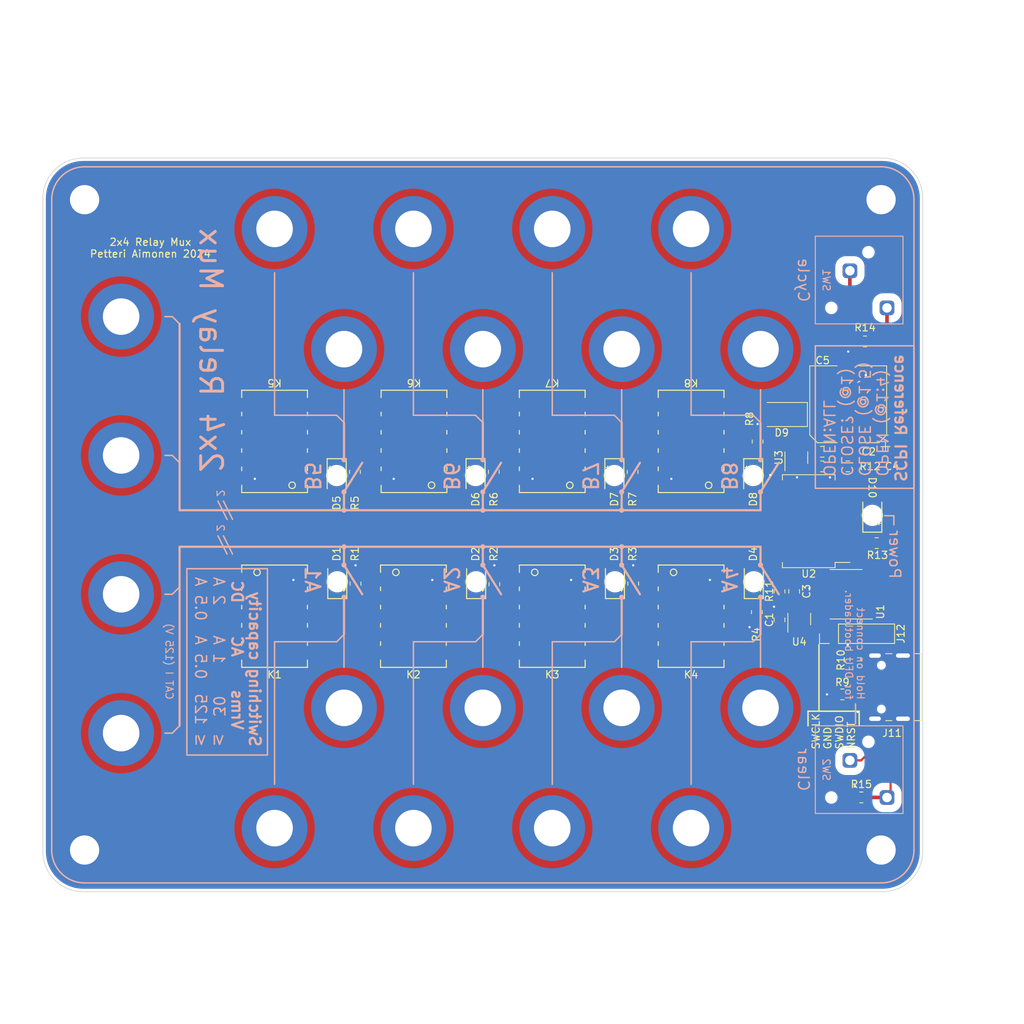
<source format=kicad_pcb>
(kicad_pcb (version 20221018) (generator pcbnew)
  (layers (0 "F.Cu" signal) (31 "B.Cu" signal) (34 "B.Paste" user) (35 "F.Paste" user) (36 "B.SilkS" user "B.Silkscreen") (37 "F.SilkS" user "F.Silkscreen") (38 "B.Mask" user) (39 "F.Mask" user) (44 "Edge.Cuts" user))
  (net 0 "")
  (net 1 "+5V")
  (net 2 "GND")
  (net 3 "+3V3")
  (net 4 "/VBUS")
  (net 5 "Net-(D1-K)")
  (net 6 "/A1")
  (net 7 "/A2")
  (net 8 "Net-(D3-K)")
  (net 9 "/A3")
  (net 10 "Net-(D4-K)")
  (net 11 "/A4")
  (net 12 "Net-(D5-K)")
  (net 13 "/B1")
  (net 14 "Net-(D6-K)")
  (net 15 "/B2")
  (net 16 "Net-(D7-K)")
  (net 17 "/B3")
  (net 18 "Net-(D8-K)")
  (net 19 "/B4")
  (net 20 "/USB_DP")
  (net 21 "/USB_DM")
  (net 38 "/CYCLE_BTN")
  (net 39 "/BOOT0")
  (net 40 "/STATUS_LED")
  (net 41 "/NRST")
  (net 42 "/SWDIO")
  (net 43 "/SWCLK")
  (net 44 "Net-(J11-CC1)")
  (net 46 "Net-(J11-CC2)")
  (net 49 "/A1_1")
  (net 50 "/A1_2")
  (net 51 "/A2_1")
  (net 52 "/A2_2")
  (net 53 "/A_1")
  (net 54 "/A_2")
  (net 55 "Net-(D2-K)")
  (net 56 "/B4_1")
  (net 57 "/B4_2")
  (net 58 "/B1_1")
  (net 59 "/B1_2")
  (net 60 "/B2_1")
  (net 61 "/B2_2")
  (net 62 "/B3_1")
  (net 63 "/B3_2")
  (net 64 "/B_1")
  (net 65 "/B_2")
  (net 66 "/PWR_EN")
  (net 67 "/A3_1")
  (net 68 "/A3_2")
  (net 69 "/A4_1")
  (net 70 "/A4_2")
  (net 71 "Net-(U3-ILIM)")
  (net 72 "Net-(D10-K)")
  (net 74 "/PA0")
  (net 75 "/PA1")
  (net 76 "/PA2")
  (net 77 "/PA3")
  (net 78 "/PA4")
  (net 79 "/PA5")
  (net 80 "/PA6")
  (net 81 "/PA7")
  (footprint "Resistor_SMD:R_0805_2012Metric" (layer "F.Cu") (at 213.6 88.6 90)
    (fp_text reference "R8")
    (fp_text value "470")
  )
  (footprint "Resistor_SMD:R_0805_2012Metric" (layer "F.Cu") (at 177.58 108.1275 90)
    (fp_text reference "R2")
    (fp_text value "470")
  )
  (footprint "relaymux:Binding_Post_Pair_60deg" (layer "F.Cu") (at 152.25 67.727241 120)
    (fp_text reference "J7" hide)
    (fp_text value "B1")
  )
  (footprint "relaymux:Binding_Post_Pair" (layer "F.Cu") (at 126.5 81 90)
    (fp_text reference "J6" hide)
    (fp_text value "B")
  )
  (footprint "Resistor_SMD:R_0805_2012Metric" (layer "F.Cu") (at 228.3 74.9 180)
    (fp_text reference "R14")
    (fp_text value "47k")
  )
  (footprint "Resistor_SMD:R_0805_2012Metric" (layer "F.Cu") (at 158.5 92.75 -90)
    (fp_text reference "R5")
    (fp_text value "470")
  )
  (footprint "MountingHole:MountingHole_4mm_Pad" (layer "F.Cu") (at 121.5 144.5)
    (fp_text reference "H3" hide)
    (fp_text value "M3.5")
  )
  (footprint "Resistor_SMD:R_0805_2012Metric" (layer "F.Cu") (at 196.58 108.04 90)
    (fp_text reference "R3")
    (fp_text value "470")
  )
  (footprint "Package_TO_SOT_SMD:SOT-23-6" (layer "F.Cu") (at 218.9 90.8 90)
    (fp_text reference "U3")
    (fp_text value "TPS2552D")
  )
  (footprint "relaymux:Relay_TQ2SA" (layer "F.Cu") (at 166.5 112.5 -90)
    (fp_text reference "K2")
    (fp_text value "TQ2SA-5V")
  )
  (footprint "Resistor_SMD:R_0805_2012Metric" (layer "F.Cu") (at 177.5 92.75 -90)
    (fp_text reference "R6")
    (fp_text value "470")
  )
  (footprint "Capacitor_SMD:C_0805_2012Metric" (layer "F.Cu") (at 216.6 113 90)
    (fp_text reference "C1")
    (fp_text value "10µF")
  )
  (footprint "relaymux:Relay_TQ2SA" (layer "F.Cu") (at 166.58 88.58 90)
    (fp_text reference "K6")
    (fp_text value "TQ2SA-5V")
  )
  (footprint "relaymux:Binding_Post_Pair_120deg" (layer "F.Cu") (at 171.25 133.272759 60)
    (fp_text reference "J3" hide)
    (fp_text value "A2")
  )
  (footprint "relaymux:LED_LTST-C230" (layer "F.Cu") (at 194 93.25 90)
    (fp_text reference "D7")
    (fp_text value "LED")
  )
  (footprint "relaymux:Binding_Post_Pair" (layer "F.Cu") (at 126.5 119 90)
    (fp_text reference "J1" hide)
    (fp_text value "A")
  )
  (footprint "Capacitor_SMD:C_0805_2012Metric" (layer "F.Cu") (at 222.45 90 180)
    (fp_text reference "C2")
    (fp_text value "10µF")
  )
  (footprint "Resistor_SMD:R_0805_2012Metric" (layer "F.Cu") (at 226.99 118.4025 -90)
    (fp_text reference "R10")
    (fp_text value "5k1")
  )
  (footprint "Package_TO_SOT_SMD:SOT-23-5" (layer "F.Cu") (at 219.3 112.9 90)
    (fp_text reference "U4")
    (fp_text value "TLV70033_SOT23-5")
  )
  (footprint "relaymux:Relay_TQ2SA" (layer "F.Cu") (at 185.5 88.58 90)
    (fp_text reference "K7")
    (fp_text value "TQ2SA-5V")
  )
  (footprint "Package_SO:SOP-18_7x12.5mm_P1.27mm" (layer "F.Cu") (at 220.6 99.5 180)
    (fp_text reference "U2")
    (fp_text value "TBD62783A")
  )
  (footprint "Resistor_SMD:R_0805_2012Metric" (layer "F.Cu") (at 229.9 102.5 180)
    (fp_text reference "R13")
    (fp_text value "470")
  )
  (footprint "Diode_SMD:D_SMA" (layer "F.Cu") (at 216.9 84.9 180)
    (fp_text reference "D9")
    (fp_text value "SMAJ5.0A")
  )
  (footprint "relaymux:Binding_Post_Pair_60deg" (layer "F.Cu") (at 190.25 67.727241 120)
    (fp_text reference "J9" hide)
    (fp_text value "B3")
  )
  (footprint "relaymux:Relay_TQ2SA" (layer "F.Cu") (at 204.5 112.5 -90)
    (fp_text reference "K4")
    (fp_text value "TQ2SA-5V")
  )
  (footprint "relaymux:LED_LTST-C230" (layer "F.Cu") (at 175.08 107.79 -90)
    (fp_text reference "D2")
    (fp_text value "LED")
  )
  (footprint "relaymux:Binding_Post_Pair_60deg" (layer "F.Cu") (at 209.25 67.727241 120)
    (fp_text reference "J10" hide)
    (fp_text value "B4")
  )
  (footprint "relaymux:Relay_TQ2SA" (layer "F.Cu") (at 204.5 88.58 90)
    (fp_text reference "K8")
    (fp_text value "TQ2SA-5V")
  )
  (footprint "relaymux:Binding_Post_Pair_120deg" (layer "F.Cu") (at 152.25 133.272759 60)
    (fp_text reference "J2" hide)
    (fp_text value "A1")
  )
  (footprint "Resistor_SMD:R_0805_2012Metric" (layer "F.Cu") (at 213.5 111.94 -90)
    (fp_text reference "R4")
    (fp_text value "470")
  )
  (footprint "relaymux:Binding_Post_Pair_120deg" (layer "F.Cu") (at 190.25 133.272759 60)
    (fp_text reference "J4" hide)
    (fp_text value "A3")
  )
  (footprint "Resistor_SMD:R_0805_2012Metric" (layer "F.Cu") (at 225.2 123.2)
    (fp_text reference "R9")
    (fp_text value "5k1")
  )
  (footprint "MountingHole:MountingHole_4mm_Pad" (layer "F.Cu") (at 230.5 55.5)
    (fp_text reference "H1" hide)
    (fp_text value "M3.5")
  )
  (footprint "Resistor_SMD:R_0805_2012Metric" (layer "F.Cu") (at 196.5 92.75 -90)
    (fp_text reference "R7")
    (fp_text value "470")
  )
  (footprint "Connector_USB:USB_C_Receptacle_JAE_DX07S016JA1R1500" (layer "F.Cu") (at 232.34 122.21 90)
    (fp_text reference "J11")
    (fp_text value "USB_C")
  )
  (footprint "Resistor_SMD:R_0805_2012Metric" (layer "F.Cu") (at 227.8 137.3 180)
    (fp_text reference "R15")
    (fp_text value "47k")
  )
  (footprint "Capacitor_SMD:C_0805_2012Metric" (layer "F.Cu") (at 225.95 92 180)
    (fp_text reference "C4")
    (fp_text value "10µF")
  )
  (footprint "relaymux:LED_LTST-C230" (layer "F.Cu") (at 156.08 107.79 -90)
    (fp_text reference "D1")
    (fp_text value "LED")
  )
  (footprint "MountingHole:MountingHole_4mm_Pad" (layer "F.Cu") (at 230.5 144.5)
    (fp_text reference "H2" hide)
    (fp_text value "M3.5")
  )
  (footprint "relaymux:Relay_TQ2SA" (layer "F.Cu") (at 185.5 112.5 -90)
    (fp_text reference "K3")
    (fp_text value "TQ2SA-5V")
  )
  (footprint "relaymux:LED_LTST-C230" (layer "F.Cu") (at 175 93.25 90)
    (fp_text reference "D6")
    (fp_text value "LED")
  )
  (footprint "MountingHole:MountingHole_4mm_Pad" (layer "F.Cu") (at 121.5 55.5)
    (fp_text reference "H4" hide)
    (fp_text value "M3.5")
  )
  (footprint "Resistor_SMD:R_0805_2012Metric" (layer "F.Cu") (at 216.6 109.1 90)
    (fp_text reference "R11")
    (fp_text value "47k")
  )
  (footprint "relaymux:LED_LTST-C230" (layer "F.Cu") (at 194.08 107.79 -90)
    (fp_text reference "D3")
    (fp_text value "LED")
  )
  (footprint "relaymux:LED_LTST-C230" (layer "F.Cu") (at 213 93.25 90)
    (fp_text reference "D8")
    (fp_text value "LED")
  )
  (footprint "relaymux:LED_LTST-C230" (layer "F.Cu") (at 156 93.25 90)
    (fp_text reference "D5")
    (fp_text value "LED")
  )
  (footprint "relaymux:Relay_TQ2SA" (layer "F.Cu") (at 147.5 112.5 -90)
    (fp_text reference "K1")
    (fp_text value "TQ2SA-5V")
  )
  (footprint "Package_SO:TSSOP-20_4.4x6.5mm_P0.65mm" (layer "F.Cu") (at 225.7 109.5 180)
    (fp_text reference "U1")
    (fp_text value "STM32F042F4Px")
  )
  (footprint "relaymux:LED_LTST-C230" (layer "F.Cu") (at 229.3 98.7 -90)
    (fp_text reference "D10")
    (fp_text value "LED")
  )
  (footprint "Resistor_SMD:R_0805_2012Metric" (layer "F.Cu") (at 158.58 108.04 90)
    (fp_text reference "R1")
    (fp_text value "470")
  )
  (footprint "relaymux:LED_LTST-C230" (layer "F.Cu") (at 213.08 107.79 -90)
    (fp_text reference "D4")
    (fp_text value "LED")
  )
  (footprint "relaymux:Binding_Post_Pair_60deg" (layer "F.Cu") (at 171.25 67.727241 120)
    (fp_text reference "J8" hide)
    (fp_text value "B2")
  )
  (footprint "relaymux:Pads_1x04_P2.54mm_Vertical" (layer "F.Cu") (at 223.4 114.9 90)
    (fp_text reference "J12")
    (fp_text value "Debug")
  )
  (footprint "Capacitor_SMD:CP_Elec_10x10" (layer "F.Cu") (at 226 83.5 90)
    (fp_text reference "C5")
    (fp_text value "470µF")
  )
  (footprint "Resistor_SMD:R_0805_2012Metric" (layer "F.Cu") (at 222.45 92)
    (fp_text reference "R12")
    (fp_text value "47k")
  )
  (footprint "Capacitor_SMD:C_0805_2012Metric" (layer "F.Cu") (at 218.6 109.1 90)
    (fp_text reference "C3")
    (fp_text value "10µF")
  )
  (footprint "relaymux:Binding_Post_Pair_120deg" (layer "F.Cu") (at 209.25 133.272759 60)
    (fp_text reference "J5" hide)
    (fp_text value "A4")
  )
  (footprint "relaymux:Relay_TQ2SA" (layer "F.Cu") (at 147.5 88.58 90)
    (fp_text reference "K5")
    (fp_text value "TQ2SA-5V")
  )
  (footprint "relaymux:SW_320E11" (layer "B.Cu") (at 227.5 66.5 90)
    (fp_text reference "SW1")
    (fp_text value "Cycle")
  )
  (footprint "relaymux:SW_320E11" (layer "B.Cu") (at 227.5 133.5 90)
    (fp_text reference "SW2")
    (fp_text value "Boot/Clear")
  )
  (gr_line (start 214 115) (end 214 119.5) (stroke (width 0.2)) (layer "B.SilkS"))
  (gr_line (start 156 85) (end 157 86) (stroke (width 0.2)) (layer "B.SilkS"))
  (gr_line (start 141.75 99.25) (end 140.5 96.75) (stroke (width 0.2)) (layer "B.SilkS"))
  (gr_line (start 133.5 71.5) (end 132.5 71.5) (stroke (width 0.2)) (layer "B.SilkS"))
  (gr_line (start 157 81.5) (end 157 86) (stroke (width 0.2)) (layer "B.SilkS"))
  (gr_line (start 147.5 85) (end 156 85) (stroke (width 0.2)) (layer "B.SilkS"))
  (gr_circle (center 214 105.5) (end 214 105.7) (stroke (width 0.3)) (fill none) (layer "B.SilkS"))
  (gr_circle (center 176 105.5) (end 176 105.7) (stroke (width 0.3)) (fill none) (layer "B.SilkS"))
  (gr_line (start 134.5 127.5) (end 134.5 103) (stroke (width 0.3)) (layer "B.SilkS"))
  (gr_line (start 185.5 65.5) (end 185.5 85) (stroke (width 0.2)) (layer "B.SilkS"))
  (gr_line (start 176 81.5) (end 176 86) (stroke (width 0.2)) (layer "B.SilkS"))
  (gr_line (start 166.5 85) (end 175 85) (stroke (width 0.2)) (layer "B.SilkS"))
  (gr_line (start 204.5 116) (end 204.5 135.5) (stroke (width 0.2)) (layer "B.SilkS"))
  (gr_circle (center 157 109.9) (end 157 110.1) (stroke (width 0.3)) (fill none) (layer "B.SilkS"))
  (gr_line (start 166.5 116) (end 166.5 135.5) (stroke (width 0.2)) (layer "B.SilkS"))
  (gr_line (start 195 86) (end 195 91.1) (stroke (width 0.3)) (layer "B.SilkS"))
  (gr_line (start 134.5 127.5) (end 133.5 128.5) (stroke (width 0.2)) (layer "B.SilkS"))
  (gr_circle (center 195 91.1) (end 195 90.9) (stroke (width 0.3)) (fill none) (layer "B.SilkS"))
  (gr_circle (center 176 109.9) (end 176 110.1) (stroke (width 0.3)) (fill none) (layer "B.SilkS"))
  (gr_line (start 214 109.9) (end 214 115) (stroke (width 0.3)) (layer "B.SilkS"))
  (gr_line (start 133.5 90.5) (end 132.5 90.5) (stroke (width 0.2)) (layer "B.SilkS"))
  (gr_line (start 178.5 91.5) (end 176 95.5) (stroke (width 0.3)) (layer "B.SilkS"))
  (gr_line (start 216.5 91.5) (end 214 95.5) (stroke (width 0.3)) (layer "B.SilkS"))
  (gr_line (start 121.5 51) (end 230.5 51) (stroke (width 0.2)) (layer "B.SilkS"))
  (gr_line (start 204.5 85) (end 213 85) (stroke (width 0.2)) (layer "B.SilkS"))
  (gr_line (start 157 103) (end 157 105.5) (stroke (width 0.3)) (layer "B.SilkS"))
  (gr_line (start 157 115) (end 157 119.5) (stroke (width 0.2)) (layer "B.SilkS"))
  (gr_line (start 195 103) (end 195 105.5) (stroke (width 0.3)) (layer "B.SilkS"))
  (gr_line (start 166.5 65.5) (end 166.5 85) (stroke (width 0.2)) (layer "B.SilkS"))
  (gr_line (start 176 115) (end 175 116) (stroke (width 0.2)) (layer "B.SilkS"))
  (gr_arc (start 121.5 149) (mid 118.318019 147.681981) (end 117 144.5) (stroke (width 0.2)) (layer "B.SilkS"))
  (gr_circle (center 214 95.5) (end 214 95.3) (stroke (width 0.3)) (fill none) (layer "B.SilkS"))
  (gr_circle (center 157 105.5) (end 157 105.7) (stroke (width 0.3)) (fill none) (layer "B.SilkS"))
  (gr_line (start 235 55.5) (end 235 144.5) (stroke (width 0.2)) (layer "B.SilkS"))
  (gr_circle (center 214 109.9) (end 214 110.1) (stroke (width 0.3)) (fill none) (layer "B.SilkS"))
  (gr_line (start 175 85) (end 176 86) (stroke (width 0.2)) (layer "B.SilkS"))
  (gr_line (start 214 86) (end 214 91.1) (stroke (width 0.3)) (layer "B.SilkS"))
  (gr_line (start 195 81.5) (end 195 86) (stroke (width 0.2)) (layer "B.SilkS"))
  (gr_line (start 141 104) (end 139.75 101.5) (stroke (width 0.2)) (layer "B.SilkS"))
  (gr_line (start 157 95.5) (end 157 98) (stroke (width 0.3)) (layer "B.SilkS"))
  (gr_line (start 133.5 90.5) (end 134.5 91.5) (stroke (width 0.2)) (layer "B.SilkS"))
  (gr_line (start 176 95.5) (end 176 98) (stroke (width 0.3)) (layer "B.SilkS"))
  (gr_rect (start 221.5 75.5) (end 235 95) (stroke (width 0.2)) (fill none) (layer "B.SilkS"))
  (gr_line (start 194 116) (end 185.5 116) (stroke (width 0.2)) (layer "B.SilkS"))
  (gr_circle (center 157 98) (end 157 97.8) (stroke (width 0.3)) (fill none) (layer "B.SilkS"))
  (gr_line (start 157 115) (end 156 116) (stroke (width 0.2)) (layer "B.SilkS"))
  (gr_circle (center 157 103) (end 157 103.2) (stroke (width 0.3)) (fill none) (layer "B.SilkS"))
  (gr_line (start 214 103) (end 214 105.5) (stroke (width 0.3)) (layer "B.SilkS"))
  (gr_line (start 147.5 116) (end 147.5 135.5) (stroke (width 0.2)) (layer "B.SilkS"))
  (gr_line (start 141.75 104) (end 140.5 101.5) (stroke (width 0.2)) (layer "B.SilkS"))
  (gr_arc (start 235 144.5) (mid 233.681981 147.681981) (end 230.5 149) (stroke (width 0.2)) (layer "B.SilkS"))
  (gr_line (start 232.25 98.75) (end 232.25 100) (stroke (width 0.2)) (layer "B.SilkS"))
  (gr_line (start 231 98.75) (end 232.25 98.75) (stroke (width 0.2)) (layer "B.SilkS"))
  (gr_line (start 204.5 65.5) (end 204.5 85) (stroke (width 0.2)) (layer "B.SilkS"))
  (gr_circle (center 195 105.5) (end 195 105.7) (stroke (width 0.3)) (fill none) (layer "B.SilkS"))
  (gr_line (start 133.5 109.5) (end 132.5 109.5) (stroke (width 0.2)) (layer "B.SilkS"))
  (gr_arc (start 230.5 51) (mid 233.681981 52.318019) (end 235 55.5) (stroke (width 0.2)) (layer "B.SilkS"))
  (gr_circle (center 195 103) (end 195 103.2) (stroke (width 0.3)) (fill none) (layer "B.SilkS"))
  (gr_line (start 195 109.9) (end 195 115) (stroke (width 0.3)) (layer "B.SilkS"))
  (gr_circle (center 195 109.9) (end 195 110.1) (stroke (width 0.3)) (fill none) (layer "B.SilkS"))
  (gr_line (start 156 116) (end 147.5 116) (stroke (width 0.2)) (layer "B.SilkS"))
  (gr_arc (start 117 55.5) (mid 118.318019 52.318019) (end 121.5 51) (stroke (width 0.2)) (layer "B.SilkS"))
  (gr_line (start 214 115) (end 213 116) (stroke (width 0.2)) (layer "B.SilkS"))
  (gr_line (start 185.5 116) (end 185.5 135.5) (stroke (width 0.2)) (layer "B.SilkS"))
  (gr_circle (center 195 95.5) (end 195 95.3) (stroke (width 0.3)) (fill none) (layer "B.SilkS"))
  (gr_line (start 230.5 149) (end 121.5 149) (stroke (width 0.2)) (layer "B.SilkS"))
  (gr_line (start 176 115) (end 176 119.5) (stroke (width 0.2)) (layer "B.SilkS"))
  (gr_line (start 195 95.5) (end 195 98) (stroke (width 0.3)) (layer "B.SilkS"))
  (gr_line (start 176 103) (end 176 105.5) (stroke (width 0.3)) (layer "B.SilkS"))
  (gr_circle (center 214 91.1) (end 214 90.9) (stroke (width 0.3)) (fill none) (layer "B.SilkS"))
  (gr_line (start 157 109.9) (end 157 115) (stroke (width 0.3)) (layer "B.SilkS"))
  (gr_line (start 214 98) (end 134.5 98) (stroke (width 0.3)) (layer "B.SilkS"))
  (gr_line (start 195 115) (end 195 119.5) (stroke (width 0.2)) (layer "B.SilkS"))
  (gr_circle (center 176 91.1) (end 176 90.9) (stroke (width 0.3)) (fill none) (layer "B.SilkS"))
  (gr_line (start 147.5 65.5) (end 147.5 85) (stroke (width 0.2)) (layer "B.SilkS"))
  (gr_rect (start 135.5 106) (end 146.5254 131.5) (stroke (width 0.2)) (fill none) (layer "B.SilkS"))
  (gr_line (start 197.5 91.5) (end 195 95.5) (stroke (width 0.3)) (layer "B.SilkS"))
  (gr_line (start 213 85) (end 214 86) (stroke (width 0.2)) (layer "B.SilkS"))
  (gr_line (start 214 95.5) (end 214 98) (stroke (width 0.3)) (layer "B.SilkS"))
  (gr_line (start 157 105.5) (end 159.5 109.5) (stroke (width 0.3)) (layer "B.SilkS"))
  (gr_circle (center 195 98) (end 195 97.8) (stroke (width 0.3)) (fill none) (layer "B.SilkS"))
  (gr_line (start 195 105.5) (end 197.5 109.5) (stroke (width 0.3)) (layer "B.SilkS"))
  (gr_line (start 176 86) (end 176 91.1) (stroke (width 0.3)) (layer "B.SilkS"))
  (gr_line (start 214 81.5) (end 214 86) (stroke (width 0.2)) (layer "B.SilkS"))
  (gr_line (start 159.5 91.5) (end 157 95.5) (stroke (width 0.3)) (layer "B.SilkS"))
  (gr_line (start 157 86) (end 157 91.1) (stroke (width 0.3)) (layer "B.SilkS"))
  (gr_line (start 195 115) (end 194 116) (stroke (width 0.2)) (layer "B.SilkS"))
  (gr_line (start 141 99.25) (end 139.75 96.75) (stroke (width 0.2)) (layer "B.SilkS"))
  (gr_line (start 176 105.5) (end 178.5 109.5) (stroke (width 0.3)) (layer "B.SilkS"))
  (gr_circle (center 157 91.1) (end 157 90.9) (stroke (width 0.3)) (fill none) (layer "B.SilkS"))
  (gr_circle (center 176 98) (end 176 97.8) (stroke (width 0.3)) (fill none) (layer "B.SilkS"))
  (gr_line (start 134.5 98) (end 134.5 72.5) (stroke (width 0.3)) (layer "B.SilkS"))
  (gr_line (start 194 85) (end 195 86) (stroke (width 0.2)) (layer "B.SilkS"))
  (gr_line (start 175 116) (end 166.5 116) (stroke (width 0.2)) (layer "B.SilkS"))
  (gr_circle (center 176 95.5) (end 176 95.3) (stroke (width 0.3)) (fill none) (layer "B.SilkS"))
  (gr_circle (center 157 95.5) (end 157 95.3) (stroke (width 0.3)) (fill none) (layer "B.SilkS"))
  (gr_line (start 133.5 128.5) (end 132.5 128.5) (stroke (width 0.2)) (layer "B.SilkS"))
  (gr_line (start 213 116) (end 204.5 116) (stroke (width 0.2)) (layer "B.SilkS"))
  (gr_line (start 185.5 85) (end 194 85) (stroke (width 0.2)) (layer "B.SilkS"))
  (gr_line (start 134.5 103) (end 214 103) (stroke (width 0.3)) (layer "B.SilkS"))
  (gr_line (start 117 144.5) (end 117 55.5) (stroke (width 0.2)) (layer "B.SilkS"))
  (gr_line (start 227 124.5) (end 227 127.2) (stroke (width 0.2)) (layer "B.SilkS"))
  (gr_line (start 133.5 71.5) (end 134.5 72.5) (stroke (width 0.2)) (layer "B.SilkS"))
  (gr_line (start 134.5 108.5) (end 133.5 109.5) (stroke (width 0.2)) (layer "B.SilkS"))
  (gr_circle (center 176 103) (end 176 103.2) (stroke (width 0.3)) (fill none) (layer "B.SilkS"))
  (gr_line (start 214 105.5) (end 216.5 109.5) (stroke (width 0.3)) (layer "B.SilkS"))
  (gr_line (start 176 109.9) (end 176 115) (stroke (width 0.3)) (layer "B.SilkS"))
  (gr_line (start 220.5 125.5) (end 220.5 127.5) (stroke (width 0.2)) (layer "F.SilkS"))
  (gr_line (start 227.5 125.5) (end 220.5 125.5) (stroke (width 0.2)) (layer "F.SilkS"))
  (gr_line (start 222 125.5) (end 222 116.4) (stroke (width 0.2)) (layer "F.SilkS"))
  (gr_line (start 227.5 127.5) (end 227.5 125.5) (stroke (width 0.2)) (layer "F.SilkS"))
  (gr_line (start 230.7 150.2) (end 121.3 150.2) (stroke (width 0.1)) (layer "Edge.Cuts"))
  (gr_line (start 236.2 55.3) (end 236.2 144.7) (stroke (width 0.1)) (layer "Edge.Cuts"))
  (gr_arc (start 121.3 150.2) (mid 117.410913 148.589087) (end 115.8 144.7) (stroke (width 0.1)) (layer "Edge.Cuts"))
  (gr_arc (start 230.7 49.8) (mid 234.589087 51.410913) (end 236.2 55.3) (stroke (width 0.1)) (layer "Edge.Cuts"))
  (gr_arc (start 236.2 144.7) (mid 234.589087 148.589087) (end 230.7 150.2) (stroke (width 0.1)) (layer "Edge.Cuts"))
  (gr_line (start 121.3 49.8) (end 230.7 49.8) (stroke (width 0.1)) (layer "Edge.Cuts"))
  (gr_arc (start 115.8 55.3) (mid 117.410913 51.410913) (end 121.3 49.8) (stroke (width 0.1)) (layer "Edge.Cuts"))
  (gr_line (start 115.8 144.7) (end 115.8 55.3) (stroke (width 0.1)) (layer "Edge.Cuts"))
  (gr_text "≤  30" (at 139 130.5 270) (layer "B.SilkS") (effects (font (size 1.5 1.5) (thickness 0.2)) (justify left bottom mirror)))
  (gr_text "Power" (at 231.5 107.5 270) (layer "B.SilkS") (effects (font (size 1.5 1.5) (thickness 0.2) bold) (justify left bottom mirror)))
  (gr_text "0.5 A" (at 136.5 115 270) (layer "B.SilkS") (effects (font (size 1.5 1.5) (thickness 0.2)) (justify right bottom mirror)))
  (gr_text "2x4 Relay Mux" (at 137 93.1 270) (layer "B.SilkS") (effects (font (size 3 3) (thickness 0.4)) (justify left bottom mirror)))
  (gr_text "≤ 125" (at 136.5 130.5 270) (layer "B.SilkS") (effects (font (size 1.5 1.5) (thickness 0.2)) (justify left bottom mirror)))
  (gr_text "2" (at 139.5 101 -90) (layer "B.SilkS") (effects (font (size 1 1)) (justify left bottom mirror)))
  (gr_text "OPEN (@1:4)\nCLOSE (@1,5)\nCLOSE? (@1)\nOPEN:ALL" (at 222.5 93.5 270) (layer "B.SilkS") (effects (font (size 1.5 1.5) (thickness 0.2)) (justify left bottom mirror)))
  (gr_text "A3" (at 189.5 109.5 270) (layer "B.SilkS") (effects (font (size 2 2) (thickness 0.3)) (justify left bottom mirror)))
  (gr_text "A1" (at 151.5 109.5 -90) (layer "B.SilkS") (effects (font (size 2 2) (thickness 0.3)) (justify left bottom mirror)))
  (gr_text "Hold on connect\nfor DFU bootloader." (at 225.5 124 -90) (layer "B.SilkS") (effects (font (size 1 1)) (justify left bottom mirror)))
  (gr_text "A4" (at 208.5 109.5 270) (layer "B.SilkS") (effects (font (size 2 2) (thickness 0.3)) (justify left bottom mirror)))
  (gr_text "B5" (at 151.5 95.5 270) (layer "B.SilkS") (effects (font (size 2 2) (thickness 0.3)) (justify left bottom mirror)))
  (gr_text "CAT I (125 V)" (at 132.5 124 -90) (layer "B.SilkS") (effects (font (size 1 1)) (justify left bottom mirror)))
  (gr_text "0.5 A" (at 136.5 107 270) (layer "B.SilkS") (effects (font (size 1.5 1.5) (thickness 0.2)) (justify right bottom mirror)))
  (gr_text "B8" (at 208.5 95.5 270) (layer "B.SilkS") (effects (font (size 2 2) (thickness 0.3)) (justify left bottom mirror)))
  (gr_text "A2" (at 170.5 109.5 270) (layer "B.SilkS") (effects (font (size 2 2) (thickness 0.3)) (justify left bottom mirror)))
  (gr_text "Switching capacity\n  Vrms    AC    DC" (at 141.5 130.5 270) (layer "B.SilkS") (effects (font (size 1.5 1.5) (thickness 0.3) bold) (justify left bottom mirror)))
  (gr_text "Clear" (at 219 133.5 270) (layer "B.SilkS") (effects (font (size 1.5 1.5) (thickness 0.2)) (justify bottom mirror)))
  (gr_text "2 A" (at 139 107 270) (layer "B.SilkS") (effects (font (size 1.5 1.5) (thickness 0.2)) (justify right bottom mirror)))
  (gr_text "B6" (at 170.5 95.5 270) (layer "B.SilkS") (effects (font (size 2 2) (thickness 0.3)) (justify left bottom mirror)))
  (gr_text "2" (at 139.5 96.25 -90) (layer "B.SilkS") (effects (font (size 1 1)) (justify left bottom mirror)))
  (gr_text "Cycle" (at 219 66.5 270) (layer "B.SilkS") (effects (font (size 1.5 1.5) (thickness 0.2)) (justify bottom mirror)))
  (gr_text "SCPI Reference" (at 232.25 94.25 270) (layer "B.SilkS") (effects (font (size 1.5 1.5) (thickness 0.3) bold) (justify left bottom mirror)))
  (gr_text "B7" (at 189.5 95.5 270) (layer "B.SilkS") (effects (font (size 2 2) (thickness 0.3)) (justify left bottom mirror)))
  (gr_text "1 A" (at 139 115 270) (layer "B.SilkS") (effects (font (size 1.5 1.5) (thickness 0.2)) (justify right bottom mirror)))
  (gr_text "SWCLK\nGND\nSWDIO\nNRST" (at 227 130.8 90) (layer "F.SilkS") (effects (font (size 1 1)) (justify left bottom)))
  (gr_text "2x4 Relay Mux\nPetteri Aimonen 2024" (at 130.5 63.5) (layer "F.SilkS") (effects (font (size 1 1)) (justify bottom)))
  (segment (start 226.08 94.42) (end 226.9 93.6) (width 0.5) (layer "F.Cu") (net 1))
  (segment (start 218.8 87.5) (end 223.4 87.5) (width 0.5) (layer "F.Cu") (net 1))
  (segment (start 225.375 94.42) (end 226.08 94.42) (width 0.5) (layer "F.Cu") (net 1))
  (segment (start 223.4 87.5) (end 226 87.5) (width 0.5) (layer "F.Cu") (net 1))
  (segment (start 217.95 88.35) (end 218.8 87.5) (width 0.5) (layer "F.Cu") (net 1))
  (segment (start 226.9 92) (end 226.8 91.9) (width 0.5) (layer "F.Cu") (net 1))
  (segment (start 226.8 88.3) (end 226 87.5) (width 0.5) (layer "F.Cu") (net 1))
  (segment (start 223.4 90) (end 223.4 87.5) (width 0.5) (layer "F.Cu") (net 1))
  (segment (start 226.8 91.9) (end 226.8 88.3) (width 0.5) (layer "F.Cu") (net 1))
  (segment (start 217.95 89.6625) (end 217.95 88.35) (width 0.5) (layer "F.Cu") (net 1))
  (segment (start 226.9 93.6) (end 226.9 92) (width 0.5) (layer "F.Cu") (net 1))
  (segment (start 213.6 87.6875) (end 213.6 86.2) (width 0.5) (layer "F.Cu") (net 2))
  (segment (start 216.75 112.05) (end 216.6 112.05) (width 0.3) (layer "F.Cu") (net 2))
  (segment (start 209.58 107.42) (end 207.2 107.42) (width 0.5) (layer "F.Cu") (net 2))
  (segment (start 223.3625 93.3625) (end 223.5 93.5) (width 0.5) (layer "F.Cu") (net 2))
  (segment (start 196.5 93.6625) (end 199.4175 93.6625) (width 0.5) (layer "F.Cu") (net 2))
  (segment (start 201.76 93.66) (end 201.8 93.7) (width 0.5) (layer "F.Cu") (net 2))
  (segment (start 207.2 107.42) (end 207.08 107.54) (width 0.5) (layer "F.Cu") (net 2))
  (segment (start 177.58 107.215) (end 177.58 105.54) (width 0.5) (layer "F.Cu") (net 2))
  (segment (start 226.8875 135.8125) (end 226.9 135.8) (width 0.5) (layer "F.Cu") (net 2))
  (segment (start 199.4175 93.6625) (end 199.42 93.66) (width 0.5) (layer "F.Cu") (net 2))
  (segment (start 190.58 107.42) (end 188.2 107.42) (width 0.5) (layer "F.Cu") (net 2))
  (segment (start 225.94 116.44) (end 226.99 117.49) (width 0.5) (layer "F.Cu") (net 2))
  (segment (start 215.825 94.42) (end 215.825 93.667796) (width 0.5) (layer "F.Cu") (net 2))
  (segment (start 158.5 93.6625) (end 161.4975 93.6625) (width 0.5) (layer "F.Cu") (net 2))
  (segment (start 161.5 93.66) (end 163.76 93.66) (width 0.5) (layer "F.Cu") (net 2))
  (segment (start 220.475 109.175) (end 219.45 108.15) (width 0.3) (layer "F.Cu") (net 2))
  (segment (start 218.825 112.9) (end 217.6 112.9) (width 0.3) (layer "F.Cu") (net 2))
  (segment (start 229.29 125.31) (end 227.59 125.31) (width 0.5) (layer "F.Cu") (net 2))
  (segment (start 223.3625 92) (end 223.3625 93.3625) (width 0.5) (layer "F.Cu") (net 2))
  (segment (start 226 76.2875) (end 227.3875 74.9) (width 0.5) (layer "F.Cu") (net 2))
  (segment (start 142.42 93.66) (end 144.76 93.66) (width 0.5) (layer "F.Cu") (net 2))
  (segment (start 144.76 93.66) (end 144.8 93.7) (width 0.5) (layer "F.Cu") (net 2))
  (segment (start 227.59 125.31) (end 227.3 125.6) (width 0.5) (layer "F.Cu") (net 2))
  (segment (start 224.2875 123.2) (end 223.1 123.2) (width 0.5) (layer "F.Cu") (net 2))
  (segment (start 226.8875 137.3) (end 226.8875 135.8125) (width 0.5) (layer "F.Cu") (net 2))
  (segment (start 219.3 113.375) (end 218.825 112.9) (width 0.3) (layer "F.Cu") (net 2))
  (segment (start 219.3 114.0375) (end 219.3 113.375) (width 0.3) (layer "F.Cu") (net 2))
  (segment (start 221.375 109.175) (end 220.475 109.175) (width 0.3) (layer "F.Cu") (net 2))
  (segment (start 163.76 93.66) (end 163.8 93.7) (width 0.5) (layer "F.Cu") (net 2))
  (segment (start 196.58 107.1275) (end 196.58 105.54) (width 0.5) (layer "F.Cu") (net 2))
  (segment (start 217.6 112.9) (end 216.75 112.05) (width 0.3) (layer "F.Cu") (net 2))
  (segment (start 213.5 113) (end 213.5 112.8525) (width 0.5) (layer "F.Cu") (net 2))
  (segment (start 188.2 107.42) (end 188.08 107.54) (width 0.5) (layer "F.Cu") (net 2))
  (segment (start 212.5 114) (end 213.5 113) (width 0.5) (layer "F.Cu") (net 2))
  (segment (start 220.9 108.7) (end 221.375 109.175) (width 0.3) (layer "F.Cu") (net 2))
  (segment (start 180.4175 93.6625) (end 180.42 93.66) (width 0.5) (layer "F.Cu") (net 2))
  (segment (start 215.8495 111.2995) (end 216.6 112.05) (width 0.5) (layer "F.Cu") (net 2))
  (segment (start 226 79.5) (end 228.4 79.5) (width 0.5) (layer "F.Cu") (net 2))
  (segment (start 161.4975 93.6625) (end 161.5 93.66) (width 0.5) (layer "F.Cu") (net 2))
  (segment (start 225.94 114.9) (end 225.94 116.44) (width 0.5) (layer "F.Cu") (net 2))
  (segment (start 229.29 119.11) (end 228.61 119.11) (width 0.5) (layer "F.Cu") (net 2))
  (segment (start 225 92) (end 223.3625 92) (width 0.5) (layer "F.Cu") (net 2))
  (segment (start 228.61 119.11) (end 226.99 117.49) (width 0.5) (layer "F.Cu") (net 2))
  (segment (start 215.825 93.667796) (end 215.328602 93.171398) (width 0.5) (layer "F.Cu") (net 2))
  (segment (start 218.9 91.9375) (end 218.9 93.4) (width 0.5) (layer "F.Cu") (net 2))
  (segment (start 226 79.5) (end 226 76.2875) (width 0.5) (layer "F.Cu") (net 2))
  (segment (start 220.7 108.7) (end 220.9 108.7) (width 0.3) (layer "F.Cu") (net 2))
  (segment (start 169.2 107.42) (end 169.08 107.54) (width 0.5) (layer "F.Cu") (net 2))
  (segment (start 219.45 108.15) (end 218.6 108.15) (width 0.3) (layer "F.Cu") (net 2))
  (segment (start 180.42 93.66) (end 182.76 93.66) (width 0.5) (layer "F.Cu") (net 2))
  (segment (start 171.58 107.42) (end 169.2 107.42) (width 0.5) (layer "F.Cu") (net 2))
  (segment (start 213.6 86.2) (end 214.9 84.9) (width 0.5) (layer "F.Cu") (net 2))
  (segment (start 152.58 107.42) (end 150.2 107.42) (width 0.5) (layer "F.Cu") (net 2))
  (segment (start 158.58 107.1275) (end 158.58 105.54) (width 0.5) (layer "F.Cu") (net 2))
  (segment (start 218.9 93.4) (end 219 93.5) (width 0.5) (layer "F.Cu") (net 2))
  (segment (start 150.2 107.42) (end 150.08 107.54) (width 0.5) (layer "F.Cu") (net 2))
  (segment (start 215.8495 111.2) (end 215.8495 111.2995) (width 0.5) (layer "F.Cu") (net 2))
  (segment (start 199.42 93.66) (end 201.76 93.66) (width 0.5) (layer "F.Cu") (net 2))
  (segment (start 177.5 93.6625) (end 180.4175 93.6625) (width 0.5) (layer "F.Cu") (net 2))
  (segment (start 222.8375 109.175) (end 221.375 109.175) (width 0.3) (layer "F.Cu") (net 2))
  (segment (start 182.76 93.66) (end 182.8 93.7) (width 0.5) (layer "F.Cu") (net 2))
  (via (at 215.328602 93.171398) (size 1) (drill 0.3) (layers "F.Cu" "B.Cu") (net 2))
  (via (at 213.6 86.2) (size 1) (drill 0.3) (layers "F.Cu" "B.Cu") (net 2))
  (via (at 212.5 114) (size 1) (drill 0.3) (layers "F.Cu" "B.Cu") (net 2))
  (via (at 223.1 123.2) (size 1) (drill 0.3) (layers "F.Cu" "B.Cu") (net 2))
  (via (at 144.8 93.7) (size 1) (drill 0.3) (layers "F.Cu" "B.Cu") (net 2))
  (via (at 150.08 107.54) (size 1) (drill 0.3) (layers "F.Cu" "B.Cu") (net 2))
  (via (at 223.5 93.5) (size 1) (drill 0.3) (layers "F.Cu" "B.Cu") (net 2))
  (via (at 177.58 105.54) (size 1) (drill 0.3) (layers "F.Cu" "B.Cu") (net 2))
  (via (at 169.08 107.54) (size 1) (drill 0.3) (layers "F.Cu" "B.Cu") (net 2))
  (via (at 226.9 135.8) (size 1) (drill 0.3) (layers "F.Cu" "B.Cu") (net 2))
  (via (at 220.7 108.7) (size 1) (drill 0.3) (layers "F.Cu" "B.Cu") (net 2))
  (via (at 201.8 93.7) (size 1) (drill 0.3) (layers "F.Cu" "B.Cu") (net 2))
  (via (at 182.8 93.7) (size 1) (drill 0.3) (layers "F.Cu" "B.Cu") (net 2))
  (via (at 228.4 79.5) (size 1) (drill 0.3) (layers "F.Cu" "B.Cu") (net 2))
  (via (at 225.94 116.44) (size 1) (drill 0.3) (layers "F.Cu" "B.Cu") (net 2))
  (via (at 188.08 107.54) (size 1) (drill 0.3) (layers "F.Cu" "B.Cu") (net 2))
  (via (at 219 93.5) (size 1) (drill 0.3) (layers "F.Cu" "B.Cu") (net 2))
  (via (at 196.58 105.54) (size 1) (drill 0.3) (layers "F.Cu" "B.Cu") (net 2))
  (via (at 215.8495 111.2) (size 1) (drill 0.3) (layers "F.Cu" "B.Cu") (net 2))
  (via (at 158.58 105.54) (size 1) (drill 0.3) (layers "F.Cu" "B.Cu") (net 2))
  (via (at 227.3 125.6) (size 1) (drill 0.3) (layers "F.Cu" "B.Cu") (net 2))
  (via (at 226 76.2875) (size 1) (drill 0.3) (layers "F.Cu" "B.Cu") (net 2))
  (via (at 207.08 107.54) (size 1) (drill 0.3) (layers "F.Cu" "B.Cu") (net 2))
  (via (at 163.8 93.7) (size 1) (drill 0.3) (layers "F.Cu" "B.Cu") (net 2))
  (segment (start 228 83) (end 224.5 83) (width 0.5) (layer "F.Cu") (net 3))
  (segment (start 229 84) (end 228 83) (width 0.5) (layer "F.Cu") (net 3))
  (segment (start 226.6 109.825) (end 226.6 112.692894) (width 0.3) (layer "F.Cu") (net 3))
  (segment (start 229.73 114.118628) (end 229.73 115.83) (width 0.3) (layer "F.Cu") (net 3))
  (segment (start 227.407106 113.5) (end 229.111372 113.5) (width 0.3) (layer "F.Cu") (net 3))
  (segment (start 223 81.5) (end 223 74.5) (width 0.5) (layer "F.Cu") (net 3))
  (segment (start 231.3 118.607107) (end 231.6 118.907107) (width 0.3) (layer "F.Cu") (net 3))
  (segment (start 231.6 125.441283) (end 231.3 125.741283) (width 0.3) (layer "F.Cu") (net 3))
  (segment (start 230.5 109.825) (end 231 109.325) (width 0.3) (layer "F.Cu") (net 3))
  (segment (start 222.8375 109.825) (end 216.7875 109.825) (width 0.3) (layer "F.Cu") (net 3))
  (segment (start 229.73 115.83) (end 231.3 117.4) (width 0.3) (layer "F.Cu") (net 3))
  (segment (start 229 93.2) (end 229 84) (width 0.5) (layer "F.Cu") (net 3))
  (segment (start 231 105.9) (end 229.9 104.8) (width 0.3) (layer "F.Cu") (net 3))
  (segment (start 216.7875 109.825) (end 216.6 110.0125) (width 0.3) (layer "F.Cu") (net 3))
  (segment (start 218.4 110.25) (end 218.6 110.05) (width 0.3) (layer "F.Cu") (net 3))
  (segment (start 231.6 118.907107) (end 231.6 125.441283) (width 0.3) (layer "F.Cu") (net 3))
  (segment (start 231.3 117.4) (end 231.3 118.607107) (width 0.3) (layer "F.Cu") (net 3))
  (segment (start 231.05147 100.7) (end 231.1 100.7) (width 0.3) (layer "F.Cu") (net 3))
  (segment (start 229.9 101.85147) (end 231.05147 100.7) (width 0.3) (layer "F.Cu") (net 3))
  (segment (start 227.1 109.825) (end 228.5625 109.825) (width 0.3) (layer "F.Cu") (net 3))
  (segment (start 227.1 109.825) (end 226.6 109.825) (width 0.3) (layer "F.Cu") (net 3))
  (segment (start 226.6 112.692894) (end 227.407106 113.5) (width 0.3) (layer "F.Cu") (net 3))
  (segment (start 228.5625 109.825) (end 230.5 109.825) (width 0.3) (layer "F.Cu") (net 3))
  (segment (start 231.3 125.741283) (end 231.3 128.7) (width 0.3) (layer "F.Cu") (net 3))
  (segment (start 229.111372 113.5) (end 229.73 114.118628) (width 0.3) (layer "F.Cu") (net 3))
  (segment (start 231.1 100.7) (end 231.1 95.3) (width 0.5) (layer "F.Cu") (net 3))
  (segment (start 218.35 111.7625) (end 218.4 111.7125) (width 0.3) (layer "F.Cu") (net 3))
  (segment (start 223 74.5) (end 226.23 71.27) (width 0.5) (layer "F.Cu") (net 3))
  (segment (start 226.23 71.27) (end 226.23 65.23) (width 0.5) (layer "F.Cu") (net 3))
  (segment (start 231 109.325) (end 231 105.9) (width 0.3) (layer "F.Cu") (net 3))
  (segment (start 231.1 95.3) (end 229 93.2) (width 0.5) (layer "F.Cu") (net 3))
  (segment (start 222.8375 109.825) (end 227.1 109.825) (width 0.3) (layer "F.Cu") (net 3))
  (segment (start 227.77 132.23) (end 226.23 132.23) (width 0.3) (layer "F.Cu") (net 3))
  (segment (start 224.5 83) (end 223 81.5) (width 0.5) (layer "F.Cu") (net 3))
  (segment (start 229.9 104.8) (end 229.9 101.85147) (width 0.3) (layer "F.Cu") (net 3))
  (segment (start 231.3 128.7) (end 227.77 132.23) (width 0.3) (layer "F.Cu") (net 3))
  (segment (start 218.4 111.7125) (end 218.4 110.25) (width 0.3) (layer "F.Cu") (net 3))
  (segment (start 216.6 113.95) (end 215.75 113.95) (width 0.5) (layer "F.Cu") (net 4))
  (segment (start 219.6 115.6) (end 220.5 115.6) (width 0.5) (layer "F.Cu") (net 4))
  (segment (start 230.79 120.79) (end 229.86 119.86) (width 0.3) (layer "F.Cu") (net 4))
  (segment (start 215.4 91.4) (end 215.4 88.4) (width 0.5) (layer "F.Cu") (net 4))
  (segment (start 215.4 88.4) (end 219.5 84.3) (width 0.5) (layer "F.Cu") (net 4))
  (segment (start 218.2 115.6) (end 219.6 115.6) (width 0.5) (layer "F.Cu") (net 4))
  (segment (start 214.9 107.5) (end 217.95 104.45) (width 0.5) (layer "F.Cu") (net 4))
  (segment (start 217.95 104.45) (end 217.95 93.3) (width 0.5) (layer "F.Cu") (net 4))
  (segment (start 214.9 113.1) (end 214.9 107.5) (width 0.5) (layer "F.Cu") (net 4))
  (segment (start 228.1 96.4) (end 228.65 96.95) (width 0.5) (layer "F.Cu") (net 4))
  (segment (start 218.35 114.0375) (end 218.2 114.1875) (width 0.5) (layer "F.Cu") (net 4))
  (segment (start 228.65 96.95) (end 229.3 96.95) (width 0.5) (layer "F.Cu") (net 4))
  (segment (start 230.79 123.820051) (end 230.79 120.79) (width 0.3) (layer "F.Cu") (net 4))
  (segment (start 217.95 93.3) (end 217.3 93.3) (width 0.5) (layer "F.Cu") (net 4))
  (segment (start 220.5 115.6) (end 220.2 115.3) (width 0.5) (layer "F.Cu") (net 4))
  (segment (start 217.95 93.3) (end 217.95 91.9375) (width 0.5) (layer "F.Cu") (net 4))
  (segment (start 219.5 84.3) (end 227 84.3) (width 0.5) (layer "F.Cu") (net 4))
  (segment (start 222.06 124.56) (end 229.29 124.56) (width 0.5) (layer "F.Cu") (net 4))
  (segment (start 221.5 124) (end 222.06 124.56) (width 0.5) (layer "F.Cu") (net 4))
  (segment (start 216.9 115.6) (end 219.6 115.6) (width 0.5) (layer "F.Cu") (net 4))
  (segment (start 217.3 93.3) (end 215.4 91.4) (width 0.5) (layer "F.Cu") (net 4))
  (segment (start 220.2 115.3) (end 220.2 114.0875) (width 0.5) (layer "F.Cu") (net 4))
  (segment (start 227 84.3) (end 228.1 85.4) (width 0.5) (layer "F.Cu") (net 4))
  (segment (start 220.5 116.5) (end 221.5 117.5) (width 0.5) (layer "F.Cu") (net 4))
  (segment (start 218.2 114.1875) (end 218.2 115.6) (width 0.5) (layer "F.Cu") (net 4))
  (segment (start 220.2 114.0875) (end 220.25 114.0375) (width 0.5) (layer "F.Cu") (net 4))
  (segment (start 216.6 115.3) (end 216.9 115.6) (width 0.5) (layer "F.Cu") (net 4))
  (segment (start 220.5 115.6) (end 220.5 116.5) (width 0.5) (layer "F.Cu") (net 4))
  (segment (start 221.5 117.5) (end 221.5 124) (width 0.5) (layer "F.Cu") (net 4))
  (segment (start 215.75 113.95) (end 214.9 113.1) (width 0.5) (layer "F.Cu") (net 4))
  (segment (start 229.29 124.56) (end 230.050051 124.56) (width 0.3) (layer "F.Cu") (net 4))
  (segment (start 228.1 85.4) (end 228.1 96.4) (width 0.5) (layer "F.Cu") (net 4))
  (segment (start 230.050051 124.56) (end 230.79 123.820051) (width 0.3) (layer "F.Cu") (net 4))
  (segment (start 229.86 119.86) (end 229.29 119.86) (width 0.3) (layer "F.Cu") (net 4))
  (segment (start 216.6 113.95) (end 216.6 115.3) (width 0.5) (layer "F.Cu") (net 4))
  (segment (start 157.9925 109.54) (end 158.58 108.9525) (width 0.5) (layer "F.Cu") (net 5))
  (segment (start 156.08 109.54) (end 157.9925 109.54) (width 0.5) (layer "F.Cu") (net 5))
  (segment (start 156.08 106.04) (end 156.08 100.85) (width 0.5) (layer "F.Cu") (net 6))
  (segment (start 156.08 100.85) (end 156 100.77) (width 0.5) (layer "F.Cu") (net 6))
  (segment (start 215.825 100.77) (end 156 100.77) (width 0.5) (layer "F.Cu") (net 6))
  (segment (start 156 100.77) (end 145.23 100.77) (width 0.5) (layer "F.Cu") (net 6))
  (segment (start 142.42 103.58) (end 142.42 107.42) (width 0.5) (layer "F.Cu") (net 6))
  (segment (start 145.23 100.77) (end 142.42 103.58) (width 0.5) (layer "F.Cu") (net 6))
  (segment (start 175.08 106.04) (end 175.08 102.12) (width 0.5) (layer "F.Cu") (net 7))
  (segment (start 163.46 102.04) (end 161.42 104.08) (width 0.5) (layer "F.Cu") (net 7))
  (segment (start 161.42 104.08) (end 161.42 107.42) (width 0.5) (layer "F.Cu") (net 7))
  (segment (start 175 102.04) (end 163.46 102.04) (width 0.5) (layer "F.Cu") (net 7))
  (segment (start 215.825 102.04) (end 175 102.04) (width 0.5) (layer "F.Cu") (net 7))
  (segment (start 175.08 102.12) (end 175 102.04) (width 0.5) (layer "F.Cu") (net 7))
  (segment (start 195.9925 109.54) (end 196.58 108.9525) (width 0.5) (layer "F.Cu") (net 8))
  (segment (start 194.08 109.54) (end 195.9925 109.54) (width 0.5) (layer "F.Cu") (net 8))
  (segment (start 182.19 103.31) (end 180.42 105.08) (width 0.5) (layer "F.Cu") (net 9))
  (segment (start 194 103.31) (end 182.19 103.31) (width 0.5) (layer "F.Cu") (net 9))
  (segment (start 180.42 105.08) (end 180.42 107.42) (width 0.5) (layer "F.Cu") (net 9))
  (segment (start 215.825 103.31) (end 194 103.31) (width 0.5) (layer "F.Cu") (net 9))
  (segment (start 194.08 103.39) (end 194 103.31) (width 0.5) (layer "F.Cu") (net 9))
  (segment (start 194.08 106.04) (end 194.08 103.39) (width 0.5) (layer "F.Cu") (net 9))
  (segment (start 213.08 110.6075) (end 213.5 111.0275) (width 0.5) (layer "F.Cu") (net 10))
  (segment (start 213.08 109.54) (end 213.08 110.6075) (width 0.5) (layer "F.Cu") (net 10))
  (segment (start 213 104.58) (end 200.92 104.58) (width 0.5) (layer "F.Cu") (net 11))
  (segment (start 215.825 104.58) (end 213 104.58) (width 0.5) (layer "F.Cu") (net 11))
  (segment (start 199.42 106.08) (end 199.42 107.42) (width 0.5) (layer "F.Cu") (net 11))
  (segment (start 213.08 106.04) (end 213.08 104.66) (width 0.5) (layer "F.Cu") (net 11))
  (segment (start 213.08 104.66) (end 213 104.58) (width 0.5) (layer "F.Cu") (net 11))
  (segment (start 200.92 104.58) (end 199.42 106.08) (width 0.5) (layer "F.Cu") (net 11))
  (segment (start 156 91.5) (end 158.1625 91.5) (width 0.5) (layer "F.Cu") (net 12))
  (segment (start 158.1625 91.5) (end 158.5 91.8375) (width 0.5) (layer "F.Cu") (net 12))
  (segment (start 155.2 99.5) (end 152.58 96.88) (width 0.5) (layer "F.Cu") (net 13))
  (segment (start 156 95) (end 152.58 95) (width 0.5) (layer "F.Cu") (net 13))
  (segment (start 152.58 95) (end 152.58 93.66) (width 0.5) (layer "F.Cu") (net 13))
  (segment (start 215.825 99.5) (end 155.2 99.5) (width 0.5) (layer "F.Cu") (net 13))
  (segment (start 152.58 96.88) (end 152.58 95) (width 0.5) (layer "F.Cu") (net 13))
  (segment (start 177.1625 91.5) (end 177.5 91.8375) (width 0.5) (layer "F.Cu") (net 14))
  (segment (start 175 91.5) (end 177.1625 91.5) (width 0.5) (layer "F.Cu") (net 14))
  (segment (start 173.43 98.23) (end 171.66 96.46) (width 0.5) (layer "F.Cu") (net 15))
  (segment (start 215.825 98.23) (end 173.43 98.23) (width 0.5) (layer "F.Cu") (net 15))
  (segment (start 175 95) (end 171.66 95) (width 0.5) (layer "F.Cu") (net 15))
  (segment (start 171.66 95) (end 171.66 93.66) (width 0.5) (layer "F.Cu") (net 15))
  (segment (start 171.66 96.46) (end 171.66 95) (width 0.5) (layer "F.Cu") (net 15))
  (segment (start 194 91.5) (end 196.1625 91.5) (width 0.5) (layer "F.Cu") (net 16))
  (segment (start 196.1625 91.5) (end 196.5 91.8375) (width 0.5) (layer "F.Cu") (net 16))
  (segment (start 191.66 96.96) (end 190.58 95.88) (width 0.5) (layer "F.Cu") (net 17))
  (segment (start 190.58 95) (end 190.58 93.66) (width 0.5) (layer "F.Cu") (net 17))
  (segment (start 190.58 95.88) (end 190.58 95) (width 0.5) (layer "F.Cu") (net 17))
  (segment (start 194 95) (end 190.58 95) (width 0.5) (layer "F.Cu") (net 17))
  (segment (start 215.825 96.96) (end 191.66 96.96) (width 0.5) (layer "F.Cu") (net 17))
  (segment (start 213 90.1125) (end 213.6 89.5125) (width 0.5) (layer "F.Cu") (net 18))
  (segment (start 213 91.25) (end 213 90.1125) (width 0.5) (layer "F.Cu") (net 18))
  (segment (start 213 95.69) (end 210.29 95.69) (width 0.5) (layer "F.Cu") (net 19))
  (segment (start 209.58 94.98) (end 209.58 93.66) (width 0.5) (layer "F.Cu") (net 19))
  (segment (start 210.29 95.69) (end 209.58 94.98) (width 0.5) (layer "F.Cu") (net 19))
  (segment (start 215.825 95.69) (end 213 95.69) (width 0.5) (layer "F.Cu") (net 19))
  (segment (start 213 95) (end 213 95.69) (width 0.5) (layer "F.Cu") (net 19))
  (segment (start 227.567106 121.96) (end 221.6 115.992894) (width 0.3) (layer "F.Cu") (net 20))
  (segment (start 228.29 121.96) (end 229.29 121.96) (width 0.3) (layer "F.Cu") (net 20))
  (segment (start 221.6 111.4) (end 221.875 111.125) (width 0.3) (layer "F.Cu") (net 20))
  (segment (start 228.29 122.29) (end 228.29 121.96) (width 0.3) (layer "F.Cu") (net 20))
  (segment (start 221.875 111.125) (end 222.8375 111.125) (width 0.3) (layer "F.Cu") (net 20))
  (segment (start 229.29 122.46) (end 228.46 122.46) (width 0.3) (layer "F.Cu") (net 20))
  (segment (start 228.29 121.96) (end 227.567106 121.96) (width 0.3) (layer "F.Cu") (net 20))
  (segment (start 221.6 115.992894) (end 221.6 111.4) (width 0.3) (layer "F.Cu") (net 20))
  (segment (start 228.46 122.46) (end 228.29 122.29) (width 0.3) (layer "F.Cu") (net 20))
  (segment (start 229.919976 122.96) (end 230.29 122.589976) (width 0.3) (layer "F.Cu") (net 21))
  (segment (start 221.1 116.2) (end 221.1 111.1) (width 0.3) (layer "F.Cu") (net 21))
  (segment (start 229.29 122.96) (end 229.919976 122.96) (width 0.3) (layer "F.Cu") (net 21))
  (segment (start 227.86 122.96) (end 221.1 116.2) (width 0.3) (layer "F.Cu") (net 21))
  (segment (start 221.725 110.475) (end 222.8375 110.475) (width 0.3) (layer "F.Cu") (net 21))
  (segment (start 230.29 121.830024) (end 229.919976 121.46) (width 0.3) (layer "F.Cu") (net 21))
  (segment (start 221.1 111.1) (end 221.725 110.475) (width 0.3) (layer "F.Cu") (net 21))
  (segment (start 229.919976 121.46) (end 229.29 121.46) (width 0.3) (layer "F.Cu") (net 21))
  (segment (start 230.29 122.589976) (end 230.29 121.830024) (width 0.3) (layer "F.Cu") (net 21))
  (segment (start 229.29 122.96) (end 227.86 122.96) (width 0.3) (layer "F.Cu") (net 21))
  (segment (start 230.557106 111.775) (end 228.5625 111.775) (width 0.3) (layer "F.Cu") (net 38))
  (segment (start 232 110.332106) (end 230.557106 111.775) (width 0.3) (layer "F.Cu") (net 38))
  (segment (start 232 104.4) (end 232 110.332106) (width 0.3) (layer "F.Cu") (net 38))
  (segment (start 231.31 74.9) (end 231.31 70.31) (width 0.5) (layer "F.Cu") (net 38))
  (segment (start 232 75.59) (end 231.31 74.9) (width 0.5) (layer "F.Cu") (net 38))
  (segment (start 232 104.4) (end 232 75.59) (width 0.5) (layer "F.Cu") (net 38))
  (segment (start 229.2125 74.9) (end 231.31 74.9) (width 0.5) (layer "F.Cu") (net 38))
  (segment (start 232.1 125.64839) (end 231.8 125.94839) (width 0.3) (layer "F.Cu") (net 39))
  (segment (start 231.3 137.3) (end 231.31 137.31) (width 0.5) (layer "F.Cu") (net 39))
  (segment (start 232.125 112.425) (end 233.3 113.6) (width 0.3) (layer "F.Cu") (net 39))
  (segment (start 231.8 118.4) (end 232.1 118.7) (width 0.3) (layer "F.Cu") (net 39))
  (segment (start 231.8 125.94839) (end 231.8 136.82) (width 0.3) (layer "F.Cu") (net 39))
  (segment (start 232.2 116.5) (end 231.8 116.9) (width 0.3) (layer "F.Cu") (net 39))
  (segment (start 232.8 116.5) (end 232.2 116.5) (width 0.3) (layer "F.Cu") (net 39))
  (segment (start 228.7125 137.3) (end 231.3 137.3) (width 0.5) (layer "F.Cu") (net 39))
  (segment (start 233.3 113.6) (end 233.3 116) (width 0.3) (layer "F.Cu") (net 39))
  (segment (start 231.8 136.82) (end 231.31 137.31) (width 0.3) (layer "F.Cu") (net 39))
  (segment (start 233.3 116) (end 232.8 116.5) (width 0.3) (layer "F.Cu") (net 39))
  (segment (start 232.1 118.7) (end 232.1 125.64839) (width 0.3) (layer "F.Cu") (net 39))
  (segment (start 228.5625 112.425) (end 232.125 112.425) (width 0.3) (layer "F.Cu") (net 39))
  (segment (start 231.8 116.9) (end 231.8 118.4) (width 0.3) (layer "F.Cu") (net 39))
  (segment (start 231.5 105.692894) (end 230.8 104.992894) (width 0.3) (layer "F.Cu") (net 40))
  (segment (start 230.5 111.125) (end 231.5 110.125) (width 0.3) (layer "F.Cu") (net 40))
  (segment (start 230.8 102.5125) (end 230.8125 102.5) (width 0.3) (layer "F.Cu") (net 40))
  (segment (start 230.8 104.992894) (end 230.8 102.5125) (width 0.3) (layer "F.Cu") (net 40))
  (segment (start 228.5625 111.125) (end 230.5 111.125) (width 0.3) (layer "F.Cu") (net 40))
  (segment (start 231.5 110.125) (end 231.5 105.692894) (width 0.3) (layer "F.Cu") (net 40))
  (segment (start 227.2 110.7) (end 227.2 112.585788) (width 0.3) (layer "F.Cu") (net 41))
  (segment (start 228.5625 110.475) (end 227.425 110.475) (width 0.3) (layer "F.Cu") (net 41))
  (segment (start 227.425 110.475) (end 227.2 110.7) (width 0.3) (layer "F.Cu") (net 41))
  (segment (start 231.02 113.72) (end 231.02 114.9) (width 0.3) (layer "F.Cu") (net 41))
  (segment (start 227.614212 113) (end 230.3 113) (width 0.3) (layer "F.Cu") (net 41))
  (segment (start 227.2 112.585788) (end 227.614212 113) (width 0.3) (layer "F.Cu") (net 41))
  (segment (start 230.3 113) (end 231.02 113.72) (width 0.3) (layer "F.Cu") (net 41))
  (segment (start 228.171372 114.3) (end 227.5 114.3) (width 0.3) (layer "F.Cu") (net 42))
  (segment (start 224.975 111.775) (end 222.8375 111.775) (width 0.3) (layer "F.Cu") (net 42))
  (segment (start 228.48 114.608628) (end 228.171372 114.3) (width 0.3) (layer "F.Cu") (net 42))
  (segment (start 227.5 114.3) (end 224.975 111.775) (width 0.3) (layer "F.Cu") (net 42))
  (segment (start 228.48 114.9) (end 228.48 114.608628) (width 0.3) (layer "F.Cu") (net 42))
  (segment (start 222.8375 114.3375) (end 223.4 114.9) (width 0.3) (layer "F.Cu") (net 43))
  (segment (start 222.8375 112.425) (end 222.8375 114.3375) (width 0.3) (layer "F.Cu") (net 43))
  (segment (start 226.1125 123.2) (end 226.8625 123.95) (width 0.3) (layer "F.Cu") (net 44))
  (segment (start 226.8625 123.95) (end 229.28 123.95) (width 0.3) (layer "F.Cu") (net 44))
  (segment (start 228.635 120.96) (end 226.99 119.315) (width 0.3) (layer "F.Cu") (net 46))
  (segment (start 229.29 120.96) (end 228.635 120.96) (width 0.3) (layer "F.Cu") (net 46))
  (segment (start 143.92 115.04) (end 147.5 118.62) (width 0.9) (layer "F.Cu") (net 49))
  (segment (start 147.5 118.62) (end 147.5 134) (width 0.9) (layer "F.Cu") (net 49))
  (segment (start 142.42 115.04) (end 143.92 115.04) (width 0.9) (layer "F.Cu") (net 49))
  (segment (start 152.58 115.04) (end 151.08 115.04) (width 0.9) (layer "F.Cu") (net 50))
  (segment (start 149 117.12) (end 149 124) (width 0.9) (layer "F.Cu") (net 50))
  (segment (start 151.08 115.04) (end 149 117.12) (width 0.9) (layer "F.Cu") (net 50))
  (segment (start 149 124) (end 150.045518 125.045518) (width 0.9) (layer "F.Cu") (net 50))
  (segment (start 150.045518 125.045518) (end 157 125.045518) (width 0.9) (layer "F.Cu") (net 50))
  (segment (start 161.42 115.04) (end 162.92 115.04) (width 0.9) (layer "F.Cu") (net 51))
  (segment (start 162.92 115.04) (end 166.5 118.62) (width 0.9) (layer "F.Cu") (net 51))
  (segment (start 166.5 118.62) (end 166.5 134) (width 0.9) (layer "F.Cu") (net 51))
  (segment (start 170.08 115.04) (end 168 117.12) (width 0.9) (layer "F.Cu") (net 52))
  (segment (start 171.58 115.04) (end 170.08 115.04) (width 0.9) (layer "F.Cu") (net 52))
  (segment (start 168 117.12) (end 168 124) (width 0.9) (layer "F.Cu") (net 52))
  (segment (start 168 124) (end 169.045518 125.045518) (width 0.9) (layer "F.Cu") (net 52))
  (segment (start 169.045518 125.045518) (end 176 125.045518) (width 0.9) (layer "F.Cu") (net 52))
  (segment (start 136.5 128.5) (end 139 126) (width 0.9) (layer "F.Cu") (net 53))
  (segment (start 180.5 113.84) (end 195.66 113.84) (width 0.9) (layer "F.Cu") (net 53))
  (segment (start 142 113.84) (end 161 113.84) (width 0.9) (layer "F.Cu") (net 53))
  (segment (start 142.42 113.42) (end 142 113.84) (width 0.9) (layer "F.Cu") (net 53))
  (segment (start 161.42 113.42) (end 161 113.84) (width 0.9) (layer "F.Cu") (net 53))
  (segment (start 180.42 112.5) (end 180.42 113.76) (width 0.9) (layer "F.Cu") (net 53))
  (segment (start 139.66 113.84) (end 142 113.84) (width 0.9) (layer "F.Cu") (net 53))
  (segment (start 197 112.5) (end 199.42 112.5) (width 0.9) (layer "F.Cu") (net 53))
  (segment (start 142.42 112.5) (end 142.42 113.42) (width 0.9) (layer "F.Cu") (net 53))
  (segment (start 139 126) (end 139 114.5) (width 0.9) (layer "F.Cu") (net 53))
  (segment (start 180.42 113.76) (end 180.5 113.84) (width 0.9) (layer "F.Cu") (net 53))
  (segment (start 139 114.5) (end 139.66 113.84) (width 0.9) (layer "F.Cu") (net 53))
  (segment (start 161 113.84) (end 180.5 113.84) (width 0.9) (layer "F.Cu") (net 53))
  (segment (start 161.42 112.5) (end 161.42 113.42) (width 0.9) (layer "F.Cu") (net 53))
  (segment (start 134 128.5) (end 136.5 128.5) (width 0.9) (layer "F.Cu") (net 53))
  (segment (start 195.66 113.84) (end 197 112.5) (width 0.9) (layer "F.Cu") (net 53))
  (segment (start 135.66 111.16) (end 153 111.16) (width 0.9) (layer "F.Cu") (net 54))
  (segment (start 190.5 111.16) (end 205.66 111.16) (width 0.9) (layer "F.Cu") (net 54))
  (segment (start 171.5 111.16) (end 190.5 111.16) (width 0.9) (layer "F.Cu") (net 54))
  (segment (start 190.58 111.24) (end 190.5 111.16) (width 0.9) (layer "F.Cu") (net 54))
  (segment (start 152.58 112.5) (end 152.58 111.58) (width 0.9) (layer "F.Cu") (net 54))
  (segment (start 152.58 111.58) (end 153 111.16) (width 0.9) (layer "F.Cu") (net 54))
  (segment (start 207 112.5) (end 209.58 112.5) (width 0.9) (layer "F.Cu") (net 54))
  (segment (start 171.58 111.24) (end 171.5 111.16) (width 0.9) (layer "F.Cu") (net 54))
  (segment (start 171.58 112.5) (end 171.58 111.24) (width 0.9) (layer "F.Cu") (net 54))
  (segment (start 190.58 112.5) (end 190.58 111.24) (width 0.9) (layer "F.Cu") (net 54))
  (segment (start 153 111.16) (end 171.5 111.16) (width 0.9) (layer "F.Cu") (net 54))
  (segment (start 134 109.5) (end 135.66 111.16) (width 0.9) (layer "F.Cu") (net 54))
  (segment (start 205.66 111.16) (end 207 112.5) (width 0.9) (layer "F.Cu") (net 54))
  (segment (start 177.08 109.54) (end 177.58 109.04) (width 0.5) (layer "F.Cu") (net 55))
  (segment (start 175.08 109.54) (end 177.08 109.54) (width 0.5) (layer "F.Cu") (net 55))
  (segment (start 209.58 86.04) (end 208.08 86.04) (width 0.9) (layer "F.Cu") (net 56))
  (segment (start 205.9 78.2) (end 208.145518 75.954482) (width 0.9) (layer "F.Cu") (net 56))
  (segment (start 208.08 86.04) (end 205.9 83.86) (width 0.9) (layer "F.Cu") (net 56))
  (segment (start 208.145518 75.954482) (end 214 75.954482) (width 0.9) (layer "F.Cu") (net 56))
  (segment (start 205.9 83.86) (end 205.9 78.2) (width 0.9) (layer "F.Cu") (net 56))
  (segment (start 199.42 86.04) (end 202.26 86.04) (width 0.9) (layer "F.Cu") (net 57))
  (segment (start 202.26 86.04) (end 204.5 83.8) (width 0.9) (layer "F.Cu") (net 57))
  (segment (start 204.5 83.8) (end 204.5 67) (width 0.9) (layer "F.Cu") (net 57))
  (segment (start 152.58 86.04) (end 150.64 86.04) (width 0.9) (layer "F.Cu") (net 58))
  (segment (start 150.64 86.04) (end 148.9 84.3) (width 0.9) (layer "F.Cu") (net 58))
  (segment (start 148.9 77.5) (end 150.445518 75.954482) (width 0.9) (layer "F.Cu") (net 58))
  (segment (start 148.9 84.3) (end 148.9 77.5) (width 0.9) (layer "F.Cu") (net 58))
  (segment (start 150.445518 75.954482) (end 157 75.954482) (width 0.9) (layer "F.Cu") (net 58))
  (segment (start 142.42 86.04) (end 145.86 86.04) (width 0.9) (layer "F.Cu") (net 59))
  (segment (start 147.5 84.4) (end 147.5 67) (width 0.9) (layer "F.Cu") (net 59))
  (segment (start 145.86 86.04) (end 147.5 84.4) (width 0.9) (layer "F.Cu") (net 59))
  (segment (start 171.66 86.04) (end 169.24 86.04) (width 0.9) (layer "F.Cu") (net 60))
  (segment (start 167.9 84.7) (end 167.9 77.3) (width 0.9) (layer "F.Cu") (net 60))
  (segment (start 169.245518 75.954482) (end 176 75.954482) (width 0.9) (layer "F.Cu") (net 60))
  (segment (start 167.9 77.3) (end 169.245518 75.954482) (width 0.9) (layer "F.Cu") (net 60))
  (segment (start 169.24 86.04) (end 167.9 84.7) (width 0.9) (layer "F.Cu") (net 60))
  (segment (start 165.16 86.04) (end 166.5 84.7) (width 0.9) (layer "F.Cu") (net 61))
  (segment (start 161.5 86.04) (end 165.16 86.04) (width 0.9) (layer "F.Cu") (net 61))
  (segment (start 166.5 84.7) (end 166.5 67) (width 0.9) (layer "F.Cu") (net 61))
  (segment (start 188.34 86.04) (end 186.9 84.6) (width 0.9) (layer "F.Cu") (net 62))
  (segment (start 186.9 84.6) (end 186.9 77.3) (width 0.9) (layer "F.Cu") (net 62))
  (segment (start 186.9 77.3) (end 188.245518 75.954482) (width 0.9) (layer "F.Cu") (net 62))
  (segment (start 188.245518 75.954482) (end 195 75.954482) (width 0.9) (layer "F.Cu") (net 62))
  (segment (start 190.58 86.04) (end 188.34 86.04) (width 0.9) (layer "F.Cu") (net 62))
  (segment (start 183.86 86.04) (end 185.5 84.4) (width 0.9) (layer "F.Cu") (net 63))
  (segment (start 185.5 84.4) (end 185.5 67) (width 0.9) (layer "F.Cu") (net 63))
  (segment (start 180.42 86.04) (end 183.86 86.04) (width 0.9) (layer "F.Cu") (net 63))
  (segment (start 152.58 88.58) (end 152.58 89.9) (width 0.9) (layer "F.Cu") (net 64))
  (segment (start 206.88 89.92) (end 208.2 88.6) (width 0.9) (layer "F.Cu") (net 64))
  (segment (start 171.6 89.92) (end 190.6 89.92) (width 0.9) (layer "F.Cu") (net 64))
  (segment (start 190.58 89.9) (end 190.6 89.92) (width 0.9) (layer "F.Cu") (net 64))
  (segment (start 171.66 89.86) (end 171.6 89.92) (width 0.9) (layer "F.Cu") (net 64))
  (segment (start 171.66 88.58) (end 171.66 89.86) (width 0.9) (layer "F.Cu") (net 64))
  (segment (start 190.6 89.92) (end 206.88 89.92) (width 0.9) (layer "F.Cu") (net 64))
  (segment (start 152.58 89.9) (end 152.6 89.92) (width 0.9) (layer "F.Cu") (net 64))
  (segment (start 152.6 89.92) (end 171.6 89.92) (width 0.9) (layer "F.Cu") (net 64))
  (segment (start 134 90.5) (end 134.58 89.92) (width 0.9) (layer "F.Cu") (net 64))
  (segment (start 190.58 88.58) (end 190.58 89.9) (width 0.9) (layer "F.Cu") (net 64))
  (segment (start 134.58 89.92) (end 152.6 89.92) (width 0.9) (layer "F.Cu") (net 64))
  (segment (start 136.5 71.5) (end 139.2 74.2) (width 0.9) (layer "F.Cu") (net 65))
  (segment (start 142.42 87.38) (end 142.5 87.3) (width 0.9) (layer "F.Cu") (net 65))
  (segment (start 140.5 87.3) (end 142.5 87.3) (width 0.9) (layer "F.Cu") (net 65))
  (segment (start 180.42 88.58) (end 180.42 87.32) (width 0.9) (layer "F.Cu") (net 65))
  (segment (start 180.42 87.32) (end 180.4 87.3) (width 0.9) (layer "F.Cu") (net 65))
  (segment (start 180.4 87.3) (end 196.4 87.3) (width 0.9) (layer "F.Cu") (net 65))
  (segment (start 142.5 87.3) (end 161.5 87.3) (width 0.9) (layer "F.Cu") (net 65))
  (segment (start 161.5 87.3) (end 180.4 87.3) (width 0.9) (layer "F.Cu") (net 65))
  (segment (start 139.2 74.2) (end 139.2 86) (width 0.9) (layer "F.Cu") (net 65))
  (segment (start 142.42 88.58) (end 142.42 87.38) (width 0.9) (layer "F.Cu") (net 65))
  (segment (start 134 71.5) (end 136.5 71.5) (width 0.9) (layer "F.Cu") (net 65))
  (segment (start 139.2 86) (end 140.5 87.3) (width 0.9) (layer "F.Cu") (net 65))
  (segment (start 196.4 87.3) (end 197.68 88.58) (width 0.9) (layer "F.Cu") (net 65))
  (segment (start 161.5 88.58) (end 161.5 87.3) (width 0.9) (layer "F.Cu") (net 65))
  (segment (start 197.68 88.58) (end 199.42 88.58) (width 0.9) (layer "F.Cu") (net 65))
  (segment (start 222.8375 108.525) (end 221.925 108.525) (width 0.3) (layer "F.Cu") (net 66))
  (segment (start 221.925 108.525) (end 219.85 106.45) (width 0.3) (layer "F.Cu") (net 66))
  (segment (start 219.85 106.45) (end 219.85 106.403553) (width 0.3) (layer "F.Cu") (net 66))
  (segment (start 216.6 108.1875) (end 216.6 107.3) (width 0.3) (layer "F.Cu") (net 66))
  (segment (start 217.496447 106.403553) (end 219.85 106.403553) (width 0.3) (layer "F.Cu") (net 66))
  (segment (start 216.6 107.3) (end 217.496447 106.403553) (width 0.3) (layer "F.Cu") (net 66))
  (segment (start 219.85 106.403553) (end 219.85 91.9375) (width 0.3) (layer "F.Cu") (net 66))
  (segment (start 185.5 118.62) (end 185.5 134) (width 0.9) (layer "F.Cu") (net 67))
  (segment (start 180.42 115.04) (end 181.92 115.04) (width 0.9) (layer "F.Cu") (net 67))
  (segment (start 181.92 115.04) (end 185.5 118.62) (width 0.9) (layer "F.Cu") (net 67))
  (segment (start 187 117.12) (end 187 124) (width 0.9) (layer "F.Cu") (net 68))
  (segment (start 190.58 115.04) (end 189.08 115.04) (width 0.9) (layer "F.Cu") (net 68))
  (segment (start 188.045518 125.045518) (end 195 125.045518) (width 0.9) (layer "F.Cu") (net 68))
  (segment (start 187 124) (end 188.045518 125.045518) (width 0.9) (layer "F.Cu") (net 68))
  (segment (start 189.08 115.04) (end 187 117.12) (width 0.9) (layer "F.Cu") (net 68))
  (segment (start 204.5 118.62) (end 204.5 134) (width 0.9) (layer "F.Cu") (net 69))
  (segment (start 200.92 115.04) (end 204.5 118.62) (width 0.9) (layer "F.Cu") (net 69))
  (segment (start 199.42 115.04) (end 200.92 115.04) (width 0.9) (layer "F.Cu") (net 69))
  (segment (start 209.58 115.04) (end 208.08 115.04) (width 0.9) (layer "F.Cu") (net 70))
  (segment (start 208.08 115.04) (end 206 117.12) (width 0.9) (layer "F.Cu") (net 70))
  (segment (start 207.045518 125.045518) (end 214 125.045518) (width 0.9) (layer "F.Cu") (net 70))
  (segment (start 206 124) (end 207.045518 125.045518) (width 0.9) (layer "F.Cu") (net 70))
  (segment (start 206 117.12) (end 206 124) (width 0.9) (layer "F.Cu") (net 70))
  (segment (start 219.275 90.8) (end 221.5 90.8) (width 0.3) (layer "F.Cu") (net 71))
  (segment (start 221.5375 90.0375) (end 221.5 90) (width 0.3) (layer "F.Cu") (net 71))
  (segment (start 218.9 90.425) (end 219.275 90.8) (width 0.3) (layer "F.Cu") (net 71))
  (segment (start 218.9 89.6625) (end 218.9 90.425) (width 0.3) (layer "F.Cu") (net 71))
  (segment (start 221.5 90.8) (end 221.5 90) (width 0.3) (layer "F.Cu") (net 71))
  (segment (start 221.5375 92) (end 221.5375 90.0375) (width 0.3) (layer "F.Cu") (net 71))
  (segment (start 229.3 101.075) (end 229.3 100.45) (width 0.5) (layer "F.Cu") (net 72))
  (segment (start 228.9875 102.5) (end 228.9875 101.3875) (width 0.5) (layer "F.Cu") (net 72))
  (segment (start 228.9875 101.3875) (end 229.3 101.075) (width 0.5) (layer "F.Cu") (net 72))
  (segment (start 226.875 109.175) (end 223 105.3) (width 0.3) (layer "F.Cu") (net 74))
  (segment (start 228.5625 109.175) (end 226.875 109.175) (width 0.3) (layer "F.Cu") (net 74))
  (segment (start 223 105.3) (end 223 101.8) (width 0.3) (layer "F.Cu") (net 74))
  (segment (start 224.03 100.77) (end 225.375 100.77) (width 0.3) (layer "F.Cu") (net 74))
  (segment (start 223 101.8) (end 224.03 100.77) (width 0.3) (layer "F.Cu") (net 74))
  (segment (start 224.06 102.04) (end 225.375 102.04) (width 0.3) (layer "F.Cu") (net 75))
  (segment (start 223.5 102.6) (end 224.06 102.04) (width 0.3) (layer "F.Cu") (net 75))
  (segment (start 223.5 105.092894) (end 223.5 102.6) (width 0.3) (layer "F.Cu") (net 75))
  (segment (start 226.932106 108.525) (end 223.5 105.092894) (width 0.3) (layer "F.Cu") (net 75))
  (segment (start 228.5625 108.525) (end 226.932106 108.525) (width 0.3) (layer "F.Cu") (net 75))
  (segment (start 228.5625 107.875) (end 227.087892 107.875) (width 0.3) (layer "F.Cu") (net 76))
  (segment (start 224 104.787108) (end 224 103.81) (width 0.3) (layer "F.Cu") (net 76))
  (segment (start 227.087892 107.875) (end 224 104.787108) (width 0.3) (layer "F.Cu") (net 76))
  (segment (start 224.5 103.31) (end 225.375 103.31) (width 0.3) (layer "F.Cu") (net 76))
  (segment (start 224 103.81) (end 224.5 103.31) (width 0.3) (layer "F.Cu") (net 76))
  (segment (start 225.375 105.455002) (end 225.375 104.58) (width 0.3) (layer "F.Cu") (net 77))
  (segment (start 228.5625 107.225) (end 227.144998 107.225) (width 0.3) (layer "F.Cu") (net 77))
  (segment (start 227.144998 107.225) (end 225.375 105.455002) (width 0.3) (layer "F.Cu") (net 77))
  (segment (start 227 106) (end 227 99.9) (width 0.3) (layer "F.Cu") (net 78))
  (segment (start 226.6 99.5) (end 225.375 99.5) (width 0.3) (layer "F.Cu") (net 78))
  (segment (start 228.5625 106.575) (end 227.575 106.575) (width 0.3) (layer "F.Cu") (net 78))
  (segment (start 227.575 106.575) (end 227 106) (width 0.3) (layer "F.Cu") (net 78))
  (segment (start 227 99.9) (end 226.6 99.5) (width 0.3) (layer "F.Cu") (net 78))
  (segment (start 221.7 106.178682) (end 221.7 100.4) (width 0.3) (layer "F.Cu") (net 79))
  (segment (start 222.8375 106.575) (end 222.096318 106.575) (width 0.3) (layer "F.Cu") (net 79))
  (segment (start 223.87 98.23) (end 225.375 98.23) (width 0.3) (layer "F.Cu") (net 79))
  (segment (start 222.096318 106.575) (end 221.7 106.178682) (width 0.3) (layer "F.Cu") (net 79))
  (segment (start 221.7 100.4) (end 223.87 98.23) (width 0.3) (layer "F.Cu") (net 79))
  (segment (start 222.8375 107.225) (end 222.039212 107.225) (width 0.3) (layer "F.Cu") (net 80))
  (segment (start 221.2 106.385788) (end 221.2 99.5) (width 0.3) (layer "F.Cu") (net 80))
  (segment (start 221.2 99.5) (end 223.74 96.96) (width 0.3) (layer "F.Cu") (net 80))
  (segment (start 223.74 96.96) (end 225.375 96.96) (width 0.3) (layer "F.Cu") (net 80))
  (segment (start 222.039212 107.225) (end 221.2 106.385788) (width 0.3) (layer "F.Cu") (net 80))
  (segment (start 222.8375 107.875) (end 221.982106 107.875) (width 0.3) (layer "F.Cu") (net 81))
  (segment (start 220.7 98.7) (end 223.71 95.69) (width 0.3) (layer "F.Cu") (net 81))
  (segment (start 221.982106 107.875) (end 220.7 106.592894) (width 0.3) (layer "F.Cu") (net 81))
  (segment (start 220.7 106.592894) (end 220.7 98.7) (width 0.3) (layer "F.Cu") (net 81))
  (segment (start 223.71 95.69) (end 225.375 95.69) (width 0.3) (layer "F.Cu") (net 81))
  (zone (net 2) (net_name "GND") (layer "B.Cu") (connect_pads yes (clearance 1)) (min_thickness 0.25) (fill yes (thermal_gap 0.5) (thermal_bridge_width 0.5))
    (polygon (pts (xy 110 45) (xy 240 45) (xy 240 155) (xy 110 155)))
  )
)
</source>
